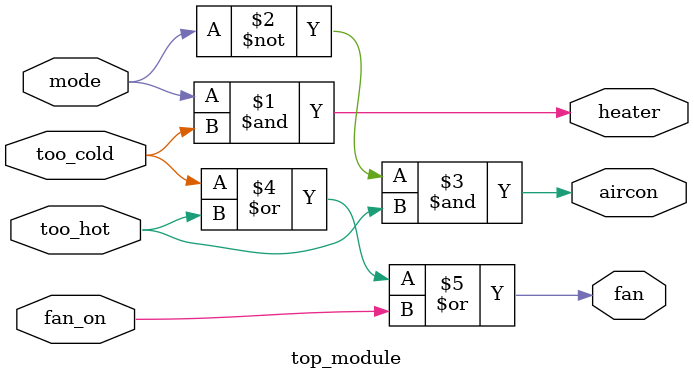
<source format=sv>
module top_module(
	input mode,
	input too_cold, 
	input too_hot,
	input fan_on,
	output heater,
	output aircon,
	output fan
);

    // Heater control logic
    assign heater = mode & too_cold;
    
    // Air conditioner control logic
    assign aircon = ~mode & too_hot;
    
    // Fan control logic
    assign fan = too_cold | too_hot | fan_on;
    
endmodule

</source>
